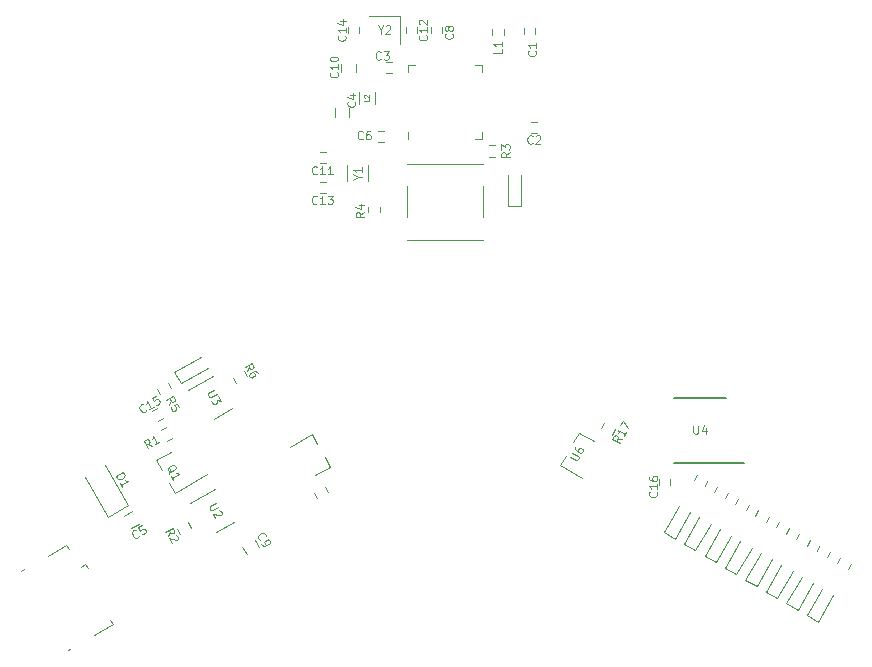
<source format=gto>
G04 #@! TF.FileFunction,Legend,Top*
%FSLAX46Y46*%
G04 Gerber Fmt 4.6, Leading zero omitted, Abs format (unit mm)*
G04 Created by KiCad (PCBNEW 4.0.7) date 2018 May 15, Tuesday 19:27:55*
%MOMM*%
%LPD*%
G01*
G04 APERTURE LIST*
%ADD10C,0.100000*%
%ADD11C,0.120000*%
%ADD12C,0.150000*%
%ADD13C,0.075000*%
G04 APERTURE END LIST*
D10*
D11*
X142694560Y-44111100D02*
X142694560Y-44611100D01*
X143634560Y-44611100D02*
X143634560Y-44111100D01*
X131510000Y-46990000D02*
X131010000Y-46990000D01*
X131010000Y-47930000D02*
X131510000Y-47930000D01*
X127897180Y-50891960D02*
X127897180Y-51591960D01*
X126697180Y-51591960D02*
X126697180Y-50891960D01*
X130389820Y-53746500D02*
X130889820Y-53746500D01*
X130889820Y-52806500D02*
X130389820Y-52806500D01*
X134820000Y-44010000D02*
X134820000Y-44510000D01*
X135760000Y-44510000D02*
X135760000Y-44010000D01*
X128450000Y-47110000D02*
X128450000Y-47810000D01*
X127250000Y-47810000D02*
X127250000Y-47110000D01*
X125434280Y-55544820D02*
X125934280Y-55544820D01*
X125934280Y-54604820D02*
X125434280Y-54604820D01*
X133640000Y-44500000D02*
X133640000Y-44000000D01*
X132700000Y-44000000D02*
X132700000Y-44500000D01*
X125444440Y-58034020D02*
X125944440Y-58034020D01*
X125944440Y-57094020D02*
X125444440Y-57094020D01*
X127830000Y-44000000D02*
X127830000Y-44500000D01*
X128770000Y-44500000D02*
X128770000Y-44000000D01*
X107449515Y-85470997D02*
X109181565Y-84470997D01*
X109181565Y-84470997D02*
X107231565Y-81093498D01*
X107449515Y-85470997D02*
X105499515Y-82093498D01*
X154531426Y-86765006D02*
X155484054Y-87315006D01*
X155484054Y-87315006D02*
X156784054Y-85063340D01*
X154531426Y-86765006D02*
X155831426Y-84513340D01*
X156267426Y-87760814D02*
X157220054Y-88310814D01*
X157220054Y-88310814D02*
X158520054Y-86059148D01*
X156267426Y-87760814D02*
X157567426Y-85509148D01*
X157994626Y-88771734D02*
X158947254Y-89321734D01*
X158947254Y-89321734D02*
X160247254Y-87070068D01*
X157994626Y-88771734D02*
X159294626Y-86520068D01*
X159725726Y-89777446D02*
X160678354Y-90327446D01*
X160678354Y-90327446D02*
X161978354Y-88075780D01*
X159725726Y-89777446D02*
X161025726Y-87525780D01*
X161455466Y-90778206D02*
X162408094Y-91328206D01*
X162408094Y-91328206D02*
X163708094Y-89076540D01*
X161455466Y-90778206D02*
X162755466Y-88526540D01*
X163195366Y-91796746D02*
X164147994Y-92346746D01*
X164147994Y-92346746D02*
X165447994Y-90095080D01*
X163195366Y-91796746D02*
X164495366Y-89545080D01*
X164922566Y-92802846D02*
X165875194Y-93352846D01*
X165875194Y-93352846D02*
X167175194Y-91101180D01*
X164922566Y-92802846D02*
X166222566Y-90551180D01*
X166653126Y-93802846D02*
X167605754Y-94352846D01*
X167605754Y-94352846D02*
X168905754Y-92101180D01*
X166653126Y-93802846D02*
X167953126Y-91551180D01*
X141032640Y-44651740D02*
X141032640Y-44151740D01*
X139972640Y-44151740D02*
X139972640Y-44651740D01*
X111576821Y-80686680D02*
X112041821Y-81492083D01*
X113156821Y-83423320D02*
X112691821Y-82617917D01*
X113156821Y-83423320D02*
X115893461Y-81843320D01*
X111576821Y-80686680D02*
X112841218Y-79956680D01*
X132764140Y-62028460D02*
X132764140Y-61998460D01*
X132764140Y-55568460D02*
X132764140Y-55598460D01*
X139224140Y-55568460D02*
X139224140Y-55598460D01*
X139224140Y-61998460D02*
X139224140Y-62028460D01*
X132764140Y-60098460D02*
X132764140Y-57498460D01*
X139224140Y-62028460D02*
X132764140Y-62028460D01*
X139224140Y-60098460D02*
X139224140Y-57498460D01*
X139224140Y-55568460D02*
X132764140Y-55568460D01*
X132885000Y-53445000D02*
X132885000Y-52875000D01*
X133505000Y-47205000D02*
X132885000Y-47205000D01*
X139125000Y-47775000D02*
X139125000Y-47205000D01*
X139125000Y-47205000D02*
X138555000Y-47205000D01*
X139125000Y-52875000D02*
X139125000Y-53445000D01*
X139125000Y-53445000D02*
X138555000Y-53445000D01*
X132885000Y-47775000D02*
X132885000Y-47205000D01*
X116591257Y-86779361D02*
X118150103Y-85879361D01*
X116540103Y-83090759D02*
X114418341Y-84315759D01*
X116437949Y-77191577D02*
X117996795Y-76291577D01*
X116386795Y-73502975D02*
X114265033Y-74727975D01*
D12*
X159784140Y-75402860D02*
X155384140Y-75402860D01*
X161359140Y-80927860D02*
X155384140Y-80927860D01*
D11*
X129462500Y-57009980D02*
X129462500Y-55659980D01*
X127712500Y-57009980D02*
X127712500Y-55659980D01*
X132250000Y-45400000D02*
X132250000Y-43100000D01*
X132250000Y-43100000D02*
X129550000Y-43100000D01*
X128720000Y-50520000D02*
X128720000Y-49520000D01*
X130080000Y-49520000D02*
X130080000Y-50520000D01*
X157992973Y-82881774D02*
X158242973Y-82448762D01*
X157324987Y-81918762D02*
X157074987Y-82351774D01*
X159735413Y-83874914D02*
X159985413Y-83441902D01*
X159067427Y-82911902D02*
X158817427Y-83344914D01*
X161470233Y-84880754D02*
X161720233Y-84447742D01*
X160802247Y-83917742D02*
X160552247Y-84350754D01*
X163203873Y-85886466D02*
X163453873Y-85453454D01*
X162535887Y-84923454D02*
X162285887Y-85356466D01*
X164928533Y-86884686D02*
X165178533Y-86451674D01*
X164260547Y-85921674D02*
X164010547Y-86354686D01*
X166672333Y-87898018D02*
X166922333Y-87465006D01*
X166004347Y-86935006D02*
X165754347Y-87368018D01*
X168396993Y-88906398D02*
X168646993Y-88473386D01*
X167729007Y-87943386D02*
X167479007Y-88376398D01*
X170129273Y-89902078D02*
X170379273Y-89469066D01*
X169461287Y-88939066D02*
X169211287Y-89372078D01*
X110079649Y-86054375D02*
X109473431Y-86404375D01*
X108873431Y-85365145D02*
X109479649Y-85015145D01*
X119904615Y-87406891D02*
X120254615Y-88013109D01*
X119215385Y-88613109D02*
X118865385Y-88006891D01*
X112466354Y-79039513D02*
X112899366Y-78789513D01*
X112369366Y-77871527D02*
X111936354Y-78121527D01*
X113324847Y-86474534D02*
X113574847Y-86907546D01*
X114492833Y-86377546D02*
X114242833Y-85944534D01*
X140250000Y-53960000D02*
X139750000Y-53960000D01*
X139750000Y-55020000D02*
X140250000Y-55020000D01*
X130542440Y-59701240D02*
X130542440Y-59201240D01*
X129482440Y-59201240D02*
X129482440Y-59701240D01*
X112829133Y-74558926D02*
X112579133Y-74125914D01*
X111661147Y-74655914D02*
X111911147Y-75088926D01*
X119260413Y-73586106D02*
X119010413Y-73153094D01*
X118092427Y-73683094D02*
X118342427Y-74116106D01*
X150123993Y-78501506D02*
X150373993Y-78068494D01*
X149456007Y-77538494D02*
X149206007Y-77971506D01*
X143300000Y-53000000D02*
X143800000Y-53000000D01*
X143800000Y-52060000D02*
X143300000Y-52060000D01*
X141340000Y-59150620D02*
X142440000Y-59150620D01*
X142440000Y-59150620D02*
X142440000Y-56550620D01*
X141340000Y-59150620D02*
X141340000Y-56550620D01*
X113116394Y-73212466D02*
X113666394Y-74165094D01*
X113666394Y-74165094D02*
X115918060Y-72865094D01*
X113116394Y-73212466D02*
X115368060Y-71912466D01*
X111714994Y-77344172D02*
X112148006Y-77094172D01*
X111678006Y-76280108D02*
X111244994Y-76530108D01*
X155084880Y-82781040D02*
X155084880Y-82281040D01*
X154144880Y-82281040D02*
X154144880Y-82781040D01*
X147341821Y-78351680D02*
X146876821Y-79157083D01*
X145761821Y-81088320D02*
X146226821Y-80282917D01*
X145761821Y-81088320D02*
X147632436Y-82168320D01*
X147341821Y-78351680D02*
X148606218Y-79081680D01*
X103974427Y-87822081D02*
X104199427Y-88211792D01*
X102372280Y-88747081D02*
X103974427Y-87822081D01*
X104063916Y-96777079D02*
X104280422Y-96652079D01*
X100163916Y-90022081D02*
X100380422Y-89897081D01*
X106272280Y-95502079D02*
X107874427Y-94577079D01*
X107874427Y-94577079D02*
X107649427Y-94187368D01*
X105550741Y-89452337D02*
X105775741Y-89842048D01*
X105550741Y-89452337D02*
X105161030Y-89677337D01*
X124946007Y-83468494D02*
X125196007Y-83901506D01*
X126113993Y-83371506D02*
X125863993Y-82938494D01*
X126308179Y-81208320D02*
X125843179Y-80402917D01*
X124728179Y-78471680D02*
X125193179Y-79277083D01*
X124728179Y-78471680D02*
X122857564Y-79551680D01*
X126308179Y-81208320D02*
X125043782Y-81938320D01*
D10*
X143666020Y-46014466D02*
X143699353Y-46047800D01*
X143732687Y-46147800D01*
X143732687Y-46214466D01*
X143699353Y-46314466D01*
X143632687Y-46381133D01*
X143566020Y-46414466D01*
X143432687Y-46447800D01*
X143332687Y-46447800D01*
X143199353Y-46414466D01*
X143132687Y-46381133D01*
X143066020Y-46314466D01*
X143032687Y-46214466D01*
X143032687Y-46147800D01*
X143066020Y-46047800D01*
X143099353Y-46014466D01*
X143732687Y-45347800D02*
X143732687Y-45747800D01*
X143732687Y-45547800D02*
X143032687Y-45547800D01*
X143132687Y-45614466D01*
X143199353Y-45681133D01*
X143232687Y-45747800D01*
X130587334Y-46692000D02*
X130554000Y-46725333D01*
X130454000Y-46758667D01*
X130387334Y-46758667D01*
X130287334Y-46725333D01*
X130220667Y-46658667D01*
X130187334Y-46592000D01*
X130154000Y-46458667D01*
X130154000Y-46358667D01*
X130187334Y-46225333D01*
X130220667Y-46158667D01*
X130287334Y-46092000D01*
X130387334Y-46058667D01*
X130454000Y-46058667D01*
X130554000Y-46092000D01*
X130587334Y-46125333D01*
X130820667Y-46058667D02*
X131254000Y-46058667D01*
X131020667Y-46325333D01*
X131120667Y-46325333D01*
X131187334Y-46358667D01*
X131220667Y-46392000D01*
X131254000Y-46458667D01*
X131254000Y-46625333D01*
X131220667Y-46692000D01*
X131187334Y-46725333D01*
X131120667Y-46758667D01*
X130920667Y-46758667D01*
X130854000Y-46725333D01*
X130820667Y-46692000D01*
X128377180Y-50324626D02*
X128410513Y-50357960D01*
X128443847Y-50457960D01*
X128443847Y-50524626D01*
X128410513Y-50624626D01*
X128343847Y-50691293D01*
X128277180Y-50724626D01*
X128143847Y-50757960D01*
X128043847Y-50757960D01*
X127910513Y-50724626D01*
X127843847Y-50691293D01*
X127777180Y-50624626D01*
X127743847Y-50524626D01*
X127743847Y-50457960D01*
X127777180Y-50357960D01*
X127810513Y-50324626D01*
X127977180Y-49724626D02*
X128443847Y-49724626D01*
X127710513Y-49891293D02*
X128210513Y-50057960D01*
X128210513Y-49624626D01*
X129055034Y-53437600D02*
X129021700Y-53470933D01*
X128921700Y-53504267D01*
X128855034Y-53504267D01*
X128755034Y-53470933D01*
X128688367Y-53404267D01*
X128655034Y-53337600D01*
X128621700Y-53204267D01*
X128621700Y-53104267D01*
X128655034Y-52970933D01*
X128688367Y-52904267D01*
X128755034Y-52837600D01*
X128855034Y-52804267D01*
X128921700Y-52804267D01*
X129021700Y-52837600D01*
X129055034Y-52870933D01*
X129655034Y-52804267D02*
X129521700Y-52804267D01*
X129455034Y-52837600D01*
X129421700Y-52870933D01*
X129355034Y-52970933D01*
X129321700Y-53104267D01*
X129321700Y-53370933D01*
X129355034Y-53437600D01*
X129388367Y-53470933D01*
X129455034Y-53504267D01*
X129588367Y-53504267D01*
X129655034Y-53470933D01*
X129688367Y-53437600D01*
X129721700Y-53370933D01*
X129721700Y-53204267D01*
X129688367Y-53137600D01*
X129655034Y-53104267D01*
X129588367Y-53070933D01*
X129455034Y-53070933D01*
X129388367Y-53104267D01*
X129355034Y-53137600D01*
X129321700Y-53204267D01*
X136648000Y-44566666D02*
X136681333Y-44600000D01*
X136714667Y-44700000D01*
X136714667Y-44766666D01*
X136681333Y-44866666D01*
X136614667Y-44933333D01*
X136548000Y-44966666D01*
X136414667Y-45000000D01*
X136314667Y-45000000D01*
X136181333Y-44966666D01*
X136114667Y-44933333D01*
X136048000Y-44866666D01*
X136014667Y-44766666D01*
X136014667Y-44700000D01*
X136048000Y-44600000D01*
X136081333Y-44566666D01*
X136314667Y-44166666D02*
X136281333Y-44233333D01*
X136248000Y-44266666D01*
X136181333Y-44300000D01*
X136148000Y-44300000D01*
X136081333Y-44266666D01*
X136048000Y-44233333D01*
X136014667Y-44166666D01*
X136014667Y-44033333D01*
X136048000Y-43966666D01*
X136081333Y-43933333D01*
X136148000Y-43900000D01*
X136181333Y-43900000D01*
X136248000Y-43933333D01*
X136281333Y-43966666D01*
X136314667Y-44033333D01*
X136314667Y-44166666D01*
X136348000Y-44233333D01*
X136381333Y-44266666D01*
X136448000Y-44300000D01*
X136581333Y-44300000D01*
X136648000Y-44266666D01*
X136681333Y-44233333D01*
X136714667Y-44166666D01*
X136714667Y-44033333D01*
X136681333Y-43966666D01*
X136648000Y-43933333D01*
X136581333Y-43900000D01*
X136448000Y-43900000D01*
X136381333Y-43933333D01*
X136348000Y-43966666D01*
X136314667Y-44033333D01*
X126900000Y-47830000D02*
X126933333Y-47863334D01*
X126966667Y-47963334D01*
X126966667Y-48030000D01*
X126933333Y-48130000D01*
X126866667Y-48196667D01*
X126800000Y-48230000D01*
X126666667Y-48263334D01*
X126566667Y-48263334D01*
X126433333Y-48230000D01*
X126366667Y-48196667D01*
X126300000Y-48130000D01*
X126266667Y-48030000D01*
X126266667Y-47963334D01*
X126300000Y-47863334D01*
X126333333Y-47830000D01*
X126966667Y-47163334D02*
X126966667Y-47563334D01*
X126966667Y-47363334D02*
X126266667Y-47363334D01*
X126366667Y-47430000D01*
X126433333Y-47496667D01*
X126466667Y-47563334D01*
X126266667Y-46730000D02*
X126266667Y-46663333D01*
X126300000Y-46596667D01*
X126333333Y-46563333D01*
X126400000Y-46530000D01*
X126533333Y-46496667D01*
X126700000Y-46496667D01*
X126833333Y-46530000D01*
X126900000Y-46563333D01*
X126933333Y-46596667D01*
X126966667Y-46663333D01*
X126966667Y-46730000D01*
X126933333Y-46796667D01*
X126900000Y-46830000D01*
X126833333Y-46863333D01*
X126700000Y-46896667D01*
X126533333Y-46896667D01*
X126400000Y-46863333D01*
X126333333Y-46830000D01*
X126300000Y-46796667D01*
X126266667Y-46730000D01*
X125175860Y-56414480D02*
X125142526Y-56447813D01*
X125042526Y-56481147D01*
X124975860Y-56481147D01*
X124875860Y-56447813D01*
X124809193Y-56381147D01*
X124775860Y-56314480D01*
X124742526Y-56181147D01*
X124742526Y-56081147D01*
X124775860Y-55947813D01*
X124809193Y-55881147D01*
X124875860Y-55814480D01*
X124975860Y-55781147D01*
X125042526Y-55781147D01*
X125142526Y-55814480D01*
X125175860Y-55847813D01*
X125842526Y-56481147D02*
X125442526Y-56481147D01*
X125642526Y-56481147D02*
X125642526Y-55781147D01*
X125575860Y-55881147D01*
X125509193Y-55947813D01*
X125442526Y-55981147D01*
X126509193Y-56481147D02*
X126109193Y-56481147D01*
X126309193Y-56481147D02*
X126309193Y-55781147D01*
X126242527Y-55881147D01*
X126175860Y-55947813D01*
X126109193Y-55981147D01*
X134432000Y-44700000D02*
X134465333Y-44733334D01*
X134498667Y-44833334D01*
X134498667Y-44900000D01*
X134465333Y-45000000D01*
X134398667Y-45066667D01*
X134332000Y-45100000D01*
X134198667Y-45133334D01*
X134098667Y-45133334D01*
X133965333Y-45100000D01*
X133898667Y-45066667D01*
X133832000Y-45000000D01*
X133798667Y-44900000D01*
X133798667Y-44833334D01*
X133832000Y-44733334D01*
X133865333Y-44700000D01*
X134498667Y-44033334D02*
X134498667Y-44433334D01*
X134498667Y-44233334D02*
X133798667Y-44233334D01*
X133898667Y-44300000D01*
X133965333Y-44366667D01*
X133998667Y-44433334D01*
X133865333Y-43766667D02*
X133832000Y-43733333D01*
X133798667Y-43666667D01*
X133798667Y-43500000D01*
X133832000Y-43433333D01*
X133865333Y-43400000D01*
X133932000Y-43366667D01*
X133998667Y-43366667D01*
X134098667Y-43400000D01*
X134498667Y-43800000D01*
X134498667Y-43366667D01*
X125173320Y-58908760D02*
X125139986Y-58942093D01*
X125039986Y-58975427D01*
X124973320Y-58975427D01*
X124873320Y-58942093D01*
X124806653Y-58875427D01*
X124773320Y-58808760D01*
X124739986Y-58675427D01*
X124739986Y-58575427D01*
X124773320Y-58442093D01*
X124806653Y-58375427D01*
X124873320Y-58308760D01*
X124973320Y-58275427D01*
X125039986Y-58275427D01*
X125139986Y-58308760D01*
X125173320Y-58342093D01*
X125839986Y-58975427D02*
X125439986Y-58975427D01*
X125639986Y-58975427D02*
X125639986Y-58275427D01*
X125573320Y-58375427D01*
X125506653Y-58442093D01*
X125439986Y-58475427D01*
X126073320Y-58275427D02*
X126506653Y-58275427D01*
X126273320Y-58542093D01*
X126373320Y-58542093D01*
X126439987Y-58575427D01*
X126473320Y-58608760D01*
X126506653Y-58675427D01*
X126506653Y-58842093D01*
X126473320Y-58908760D01*
X126439987Y-58942093D01*
X126373320Y-58975427D01*
X126173320Y-58975427D01*
X126106653Y-58942093D01*
X126073320Y-58908760D01*
X127560000Y-44720000D02*
X127593333Y-44753334D01*
X127626667Y-44853334D01*
X127626667Y-44920000D01*
X127593333Y-45020000D01*
X127526667Y-45086667D01*
X127460000Y-45120000D01*
X127326667Y-45153334D01*
X127226667Y-45153334D01*
X127093333Y-45120000D01*
X127026667Y-45086667D01*
X126960000Y-45020000D01*
X126926667Y-44920000D01*
X126926667Y-44853334D01*
X126960000Y-44753334D01*
X126993333Y-44720000D01*
X127626667Y-44053334D02*
X127626667Y-44453334D01*
X127626667Y-44253334D02*
X126926667Y-44253334D01*
X127026667Y-44320000D01*
X127093333Y-44386667D01*
X127126667Y-44453334D01*
X127160000Y-43453333D02*
X127626667Y-43453333D01*
X126893333Y-43620000D02*
X127393333Y-43786667D01*
X127393333Y-43353333D01*
X108177425Y-82030888D02*
X108783643Y-81680888D01*
X108866976Y-81825225D01*
X108888109Y-81928494D01*
X108863707Y-82019562D01*
X108822639Y-82081763D01*
X108723835Y-82177298D01*
X108637233Y-82227298D01*
X108505096Y-82265096D01*
X108430694Y-82269562D01*
X108339626Y-82245160D01*
X108260758Y-82175225D01*
X108177425Y-82030888D01*
X108710758Y-82954647D02*
X108510758Y-82608237D01*
X108610758Y-82781442D02*
X109216976Y-82431442D01*
X109097041Y-82423708D01*
X109005973Y-82399306D01*
X108943771Y-82358237D01*
X140819307Y-45836667D02*
X140819307Y-46170000D01*
X140119307Y-46170000D01*
X140819307Y-45236667D02*
X140819307Y-45636667D01*
X140819307Y-45436667D02*
X140119307Y-45436667D01*
X140219307Y-45503333D01*
X140285973Y-45570000D01*
X140319307Y-45636667D01*
X112659690Y-81808931D02*
X112655225Y-81734530D01*
X112679626Y-81643461D01*
X112716229Y-81506859D01*
X112711763Y-81432457D01*
X112678430Y-81374723D01*
X112550758Y-81486923D02*
X112546293Y-81412521D01*
X112570694Y-81321454D01*
X112669498Y-81225918D01*
X112871570Y-81109252D01*
X113003707Y-81071454D01*
X113094775Y-81095855D01*
X113156976Y-81136923D01*
X113223643Y-81252393D01*
X113228109Y-81326795D01*
X113203707Y-81417864D01*
X113104904Y-81513397D01*
X112902832Y-81630064D01*
X112770694Y-81667864D01*
X112679626Y-81643461D01*
X112617425Y-81602393D01*
X112550758Y-81486923D01*
X113034091Y-82324081D02*
X112834091Y-81977670D01*
X112934091Y-82150876D02*
X113540309Y-81800876D01*
X113420374Y-81793141D01*
X113329306Y-81768739D01*
X113267104Y-81727670D01*
X116630990Y-84281514D02*
X116140242Y-84564847D01*
X116099174Y-84627047D01*
X116086973Y-84672581D01*
X116091438Y-84746983D01*
X116158105Y-84862453D01*
X116220306Y-84903521D01*
X116265840Y-84915722D01*
X116340242Y-84911257D01*
X116830990Y-84627924D01*
X116923255Y-84921063D02*
X116968789Y-84933265D01*
X117030989Y-84974333D01*
X117114323Y-85118671D01*
X117118789Y-85193073D01*
X117106588Y-85238606D01*
X117065519Y-85300807D01*
X117007784Y-85334141D01*
X116904515Y-85355273D01*
X116358105Y-85208863D01*
X116574771Y-85584141D01*
X116477682Y-74693730D02*
X115986934Y-74977063D01*
X115945866Y-75039263D01*
X115933665Y-75084797D01*
X115938130Y-75159199D01*
X116004797Y-75274669D01*
X116066998Y-75315737D01*
X116112532Y-75327938D01*
X116186934Y-75323473D01*
X116677682Y-75040140D01*
X116811015Y-75271079D02*
X117027681Y-75646357D01*
X116680075Y-75577617D01*
X116730075Y-75664220D01*
X116734540Y-75738622D01*
X116722340Y-75784156D01*
X116681271Y-75846357D01*
X116536934Y-75929690D01*
X116462532Y-75934156D01*
X116416998Y-75921955D01*
X116354797Y-75880887D01*
X116254797Y-75707682D01*
X116250331Y-75633279D01*
X116262532Y-75587746D01*
X157050807Y-77744527D02*
X157050807Y-78311193D01*
X157084140Y-78377860D01*
X157117473Y-78411193D01*
X157184140Y-78444527D01*
X157317473Y-78444527D01*
X157384140Y-78411193D01*
X157417473Y-78377860D01*
X157450807Y-78311193D01*
X157450807Y-77744527D01*
X158084140Y-77977860D02*
X158084140Y-78444527D01*
X157917473Y-77711193D02*
X157750806Y-78211193D01*
X158184140Y-78211193D01*
X128629253Y-56698473D02*
X128962587Y-56698473D01*
X128262587Y-56931806D02*
X128629253Y-56698473D01*
X128262587Y-56465140D01*
X128962587Y-55865140D02*
X128962587Y-56265140D01*
X128962587Y-56065140D02*
X128262587Y-56065140D01*
X128362587Y-56131806D01*
X128429253Y-56198473D01*
X128462587Y-56265140D01*
X130566667Y-44233333D02*
X130566667Y-44566667D01*
X130333334Y-43866667D02*
X130566667Y-44233333D01*
X130800000Y-43866667D01*
X131000000Y-43933333D02*
X131033334Y-43900000D01*
X131100000Y-43866667D01*
X131266667Y-43866667D01*
X131333334Y-43900000D01*
X131366667Y-43933333D01*
X131400000Y-44000000D01*
X131400000Y-44066667D01*
X131366667Y-44166667D01*
X130966667Y-44566667D01*
X131400000Y-44566667D01*
D13*
X129580952Y-50086667D02*
X129580952Y-50277143D01*
X129180952Y-50277143D01*
X129219048Y-49972381D02*
X129200000Y-49953333D01*
X129180952Y-49915238D01*
X129180952Y-49820000D01*
X129200000Y-49781904D01*
X129219048Y-49762857D01*
X129257143Y-49743809D01*
X129295238Y-49743809D01*
X129352381Y-49762857D01*
X129580952Y-49991428D01*
X129580952Y-49743809D01*
D10*
X110125504Y-87067131D02*
X110113303Y-87112666D01*
X110043367Y-87191534D01*
X109985633Y-87224867D01*
X109882363Y-87245999D01*
X109791295Y-87221598D01*
X109729094Y-87180529D01*
X109633560Y-87081726D01*
X109583560Y-86995124D01*
X109545761Y-86862986D01*
X109541295Y-86788585D01*
X109565697Y-86697516D01*
X109635633Y-86618649D01*
X109693367Y-86585316D01*
X109796636Y-86564183D01*
X109842171Y-86576383D01*
X110357320Y-86201982D02*
X110068645Y-86368649D01*
X110206444Y-86673991D01*
X110218645Y-86628457D01*
X110259713Y-86566255D01*
X110404051Y-86482922D01*
X110478453Y-86478457D01*
X110523987Y-86490657D01*
X110586187Y-86531726D01*
X110669520Y-86676063D01*
X110673987Y-86750465D01*
X110661786Y-86795999D01*
X110620718Y-86858200D01*
X110476380Y-86941534D01*
X110401978Y-86945999D01*
X110356444Y-86933798D01*
X120367693Y-87408964D02*
X120322158Y-87396763D01*
X120243290Y-87326827D01*
X120209957Y-87269093D01*
X120188825Y-87165823D01*
X120213226Y-87074755D01*
X120254295Y-87012554D01*
X120353098Y-86917020D01*
X120439700Y-86867020D01*
X120571838Y-86829221D01*
X120646239Y-86824755D01*
X120737308Y-86849157D01*
X120816175Y-86919093D01*
X120849508Y-86976827D01*
X120870641Y-87080096D01*
X120858441Y-87125631D01*
X120476624Y-87730973D02*
X120543290Y-87846442D01*
X120605492Y-87887511D01*
X120651026Y-87899711D01*
X120770962Y-87907447D01*
X120903098Y-87869647D01*
X121134038Y-87736314D01*
X121175107Y-87674113D01*
X121187308Y-87628580D01*
X121182842Y-87554178D01*
X121116175Y-87438708D01*
X121053974Y-87397639D01*
X121008441Y-87385438D01*
X120934038Y-87389904D01*
X120789700Y-87473237D01*
X120748633Y-87535438D01*
X120736431Y-87580973D01*
X120740898Y-87655374D01*
X120807564Y-87770844D01*
X120869765Y-87811913D01*
X120915300Y-87824113D01*
X120989700Y-87819647D01*
X111235158Y-79458095D02*
X110866418Y-79286086D01*
X110888748Y-79658095D02*
X110538748Y-79051877D01*
X110769687Y-78918544D01*
X110844089Y-78914078D01*
X110889623Y-78926278D01*
X110951824Y-78967347D01*
X111001824Y-79053949D01*
X111006290Y-79128352D01*
X110994089Y-79173885D01*
X110953020Y-79236086D01*
X110722081Y-79369419D01*
X111812507Y-79124762D02*
X111466097Y-79324762D01*
X111639302Y-79224762D02*
X111289302Y-78618544D01*
X111281568Y-78738479D01*
X111257166Y-78829547D01*
X111216097Y-78891749D01*
X112556265Y-87093338D02*
X112728274Y-86724598D01*
X112356265Y-86746928D02*
X112962483Y-86396928D01*
X113095816Y-86627867D01*
X113100282Y-86702269D01*
X113088082Y-86747803D01*
X113047013Y-86810004D01*
X112960411Y-86860004D01*
X112886008Y-86864470D01*
X112840475Y-86852269D01*
X112778274Y-86811200D01*
X112644941Y-86580261D01*
X113238082Y-87007610D02*
X113283616Y-87019812D01*
X113345816Y-87060880D01*
X113429150Y-87205218D01*
X113433616Y-87279620D01*
X113421415Y-87325153D01*
X113380346Y-87387354D01*
X113322611Y-87420687D01*
X113219342Y-87441820D01*
X112672932Y-87295410D01*
X112889598Y-87670687D01*
X141496667Y-54606666D02*
X141163333Y-54840000D01*
X141496667Y-55006666D02*
X140796667Y-55006666D01*
X140796667Y-54740000D01*
X140830000Y-54673333D01*
X140863333Y-54640000D01*
X140930000Y-54606666D01*
X141030000Y-54606666D01*
X141096667Y-54640000D01*
X141130000Y-54673333D01*
X141163333Y-54740000D01*
X141163333Y-55006666D01*
X140796667Y-54373333D02*
X140796667Y-53940000D01*
X141063333Y-54173333D01*
X141063333Y-54073333D01*
X141096667Y-54006666D01*
X141130000Y-53973333D01*
X141196667Y-53940000D01*
X141363333Y-53940000D01*
X141430000Y-53973333D01*
X141463333Y-54006666D01*
X141496667Y-54073333D01*
X141496667Y-54273333D01*
X141463333Y-54340000D01*
X141430000Y-54373333D01*
X129176847Y-59671679D02*
X128843513Y-59905013D01*
X129176847Y-60071679D02*
X128476847Y-60071679D01*
X128476847Y-59805013D01*
X128510180Y-59738346D01*
X128543513Y-59705013D01*
X128610180Y-59671679D01*
X128710180Y-59671679D01*
X128776847Y-59705013D01*
X128810180Y-59738346D01*
X128843513Y-59805013D01*
X128843513Y-60071679D01*
X128710180Y-59071679D02*
X129176847Y-59071679D01*
X128443513Y-59238346D02*
X128943513Y-59405013D01*
X128943513Y-58971679D01*
X112612565Y-75964718D02*
X112784574Y-75595978D01*
X112412565Y-75618308D02*
X113018783Y-75268308D01*
X113152116Y-75499247D01*
X113156582Y-75573649D01*
X113144382Y-75619183D01*
X113103313Y-75681384D01*
X113016711Y-75731384D01*
X112942308Y-75735850D01*
X112896775Y-75723649D01*
X112834574Y-75682580D01*
X112701241Y-75451641D01*
X113535450Y-76163200D02*
X113368783Y-75874525D01*
X113063441Y-76012324D01*
X113108975Y-76024525D01*
X113171177Y-76065593D01*
X113254510Y-76209931D01*
X113258975Y-76284333D01*
X113246775Y-76329867D01*
X113205706Y-76392067D01*
X113061369Y-76475400D01*
X112986967Y-76479867D01*
X112941433Y-76467666D01*
X112879232Y-76426598D01*
X112795898Y-76282260D01*
X112791433Y-76207858D01*
X112803634Y-76162324D01*
X119267425Y-73157298D02*
X119439434Y-72788558D01*
X119067425Y-72810888D02*
X119673643Y-72460888D01*
X119806976Y-72691827D01*
X119811442Y-72766229D01*
X119799242Y-72811763D01*
X119758173Y-72873964D01*
X119671571Y-72923964D01*
X119597168Y-72928430D01*
X119551635Y-72916229D01*
X119489434Y-72875160D01*
X119356101Y-72644221D01*
X120173643Y-73326913D02*
X120106976Y-73211442D01*
X120044776Y-73170374D01*
X119999242Y-73158173D01*
X119879306Y-73150438D01*
X119747168Y-73188237D01*
X119516229Y-73321570D01*
X119475161Y-73383772D01*
X119462960Y-73429306D01*
X119467425Y-73503708D01*
X119534092Y-73619178D01*
X119596293Y-73660246D01*
X119641827Y-73672447D01*
X119716229Y-73667980D01*
X119860566Y-73584647D01*
X119901635Y-73522447D01*
X119913835Y-73476913D01*
X119909370Y-73402511D01*
X119842704Y-73287041D01*
X119780502Y-73245973D01*
X119734968Y-73233772D01*
X119660566Y-73238237D01*
X151008376Y-78860045D02*
X150603033Y-78895451D01*
X150808376Y-79206455D02*
X150202158Y-78856455D01*
X150335491Y-78625516D01*
X150397692Y-78584447D01*
X150443225Y-78572246D01*
X150517628Y-78576711D01*
X150604230Y-78626711D01*
X150645299Y-78688913D01*
X150657499Y-78734447D01*
X150653033Y-78808849D01*
X150519700Y-79039788D01*
X151341709Y-78282695D02*
X151141709Y-78629105D01*
X151241709Y-78455900D02*
X150635491Y-78105900D01*
X150688760Y-78213635D01*
X150713161Y-78304703D01*
X150708696Y-78379105D01*
X150852158Y-77730622D02*
X151085491Y-77326477D01*
X151541709Y-77936284D01*
X143433334Y-53810000D02*
X143400000Y-53843333D01*
X143300000Y-53876667D01*
X143233334Y-53876667D01*
X143133334Y-53843333D01*
X143066667Y-53776667D01*
X143033334Y-53710000D01*
X143000000Y-53576667D01*
X143000000Y-53476667D01*
X143033334Y-53343333D01*
X143066667Y-53276667D01*
X143133334Y-53210000D01*
X143233334Y-53176667D01*
X143300000Y-53176667D01*
X143400000Y-53210000D01*
X143433334Y-53243333D01*
X143700000Y-53243333D02*
X143733334Y-53210000D01*
X143800000Y-53176667D01*
X143966667Y-53176667D01*
X144033334Y-53210000D01*
X144066667Y-53243333D01*
X144100000Y-53310000D01*
X144100000Y-53376667D01*
X144066667Y-53476667D01*
X143666667Y-53876667D01*
X144100000Y-53876667D01*
X110731789Y-76428646D02*
X110719587Y-76474181D01*
X110649651Y-76553049D01*
X110591917Y-76586382D01*
X110488647Y-76607514D01*
X110397579Y-76583113D01*
X110335378Y-76542044D01*
X110239844Y-76443241D01*
X110189844Y-76356639D01*
X110152045Y-76224501D01*
X110147579Y-76150100D01*
X110171981Y-76059031D01*
X110241917Y-75980164D01*
X110299651Y-75946831D01*
X110402920Y-75925698D01*
X110448455Y-75937898D01*
X111342472Y-76153049D02*
X110996062Y-76353049D01*
X111169267Y-76253049D02*
X110819267Y-75646831D01*
X110811532Y-75766766D01*
X110787130Y-75857834D01*
X110746062Y-75920036D01*
X111540955Y-75230164D02*
X111252280Y-75396830D01*
X111390079Y-75702172D01*
X111402280Y-75656638D01*
X111443348Y-75594437D01*
X111587686Y-75511103D01*
X111662088Y-75506638D01*
X111707622Y-75518839D01*
X111769822Y-75559908D01*
X111853155Y-75704245D01*
X111857622Y-75778646D01*
X111845421Y-75824180D01*
X111804353Y-75886382D01*
X111660015Y-75969715D01*
X111585613Y-75974180D01*
X111540079Y-75961980D01*
X153935535Y-83347487D02*
X153968868Y-83380821D01*
X154002202Y-83480821D01*
X154002202Y-83547487D01*
X153968868Y-83647487D01*
X153902202Y-83714154D01*
X153835535Y-83747487D01*
X153702202Y-83780821D01*
X153602202Y-83780821D01*
X153468868Y-83747487D01*
X153402202Y-83714154D01*
X153335535Y-83647487D01*
X153302202Y-83547487D01*
X153302202Y-83480821D01*
X153335535Y-83380821D01*
X153368868Y-83347487D01*
X154002202Y-82680821D02*
X154002202Y-83080821D01*
X154002202Y-82880821D02*
X153302202Y-82880821D01*
X153402202Y-82947487D01*
X153468868Y-83014154D01*
X153502202Y-83080821D01*
X153302202Y-82080820D02*
X153302202Y-82214154D01*
X153335535Y-82280820D01*
X153368868Y-82314154D01*
X153468868Y-82380820D01*
X153602202Y-82414154D01*
X153868868Y-82414154D01*
X153935535Y-82380820D01*
X153968868Y-82347487D01*
X154002202Y-82280820D01*
X154002202Y-82147487D01*
X153968868Y-82080820D01*
X153935535Y-82047487D01*
X153868868Y-82014154D01*
X153702202Y-82014154D01*
X153635535Y-82047487D01*
X153602202Y-82080820D01*
X153568868Y-82147487D01*
X153568868Y-82280820D01*
X153602202Y-82347487D01*
X153635535Y-82380820D01*
X153702202Y-82414154D01*
X146611357Y-80370213D02*
X147102105Y-80653546D01*
X147176506Y-80658013D01*
X147222040Y-80645812D01*
X147284242Y-80604744D01*
X147350908Y-80489274D01*
X147355374Y-80414872D01*
X147343173Y-80369338D01*
X147302105Y-80307136D01*
X146811357Y-80023803D01*
X147128024Y-79475321D02*
X147061357Y-79590791D01*
X147056891Y-79665192D01*
X147069091Y-79710727D01*
X147122361Y-79818461D01*
X147221165Y-79913997D01*
X147452104Y-80047330D01*
X147526506Y-80051795D01*
X147572040Y-80039594D01*
X147634242Y-79998526D01*
X147700908Y-79883056D01*
X147705374Y-79808654D01*
X147693173Y-79763120D01*
X147652104Y-79700919D01*
X147507767Y-79617586D01*
X147433365Y-79613120D01*
X147387832Y-79625321D01*
X147325630Y-79666389D01*
X147258963Y-79781859D01*
X147254498Y-79856261D01*
X147266699Y-79901795D01*
X147307767Y-79963997D01*
M02*

</source>
